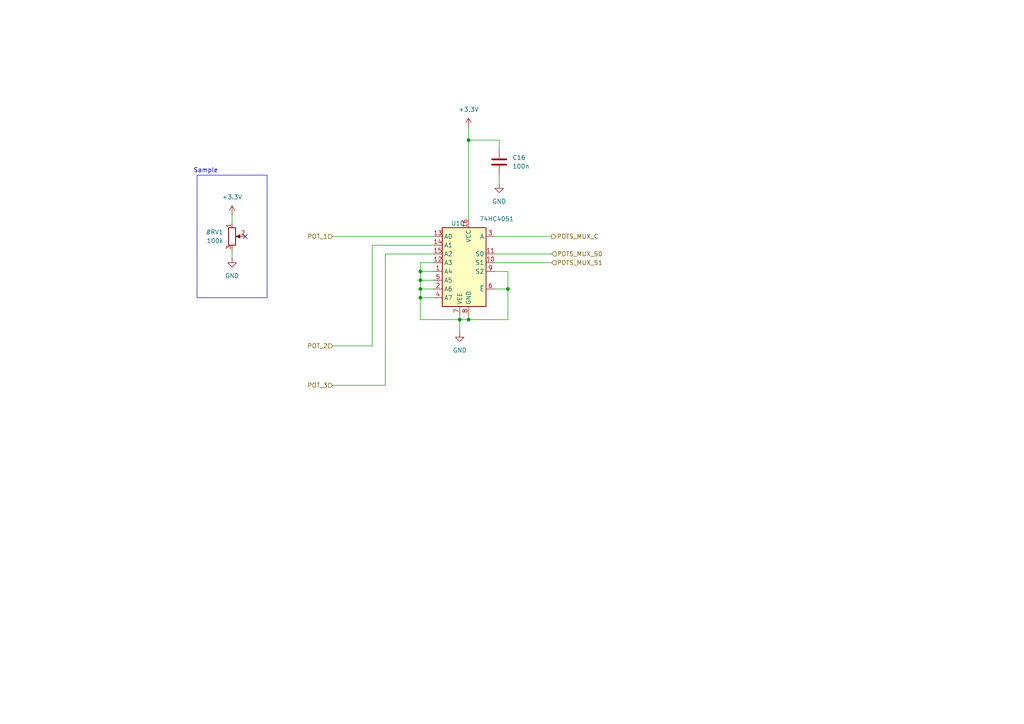
<source format=kicad_sch>
(kicad_sch (version 20250114) (generator "eeschema") (generator_version "9.0")
  (paper "A4")
  (lib_symbols
    (symbol "74xx:74HC4051"
      (property "Reference" "U" (at -5.08 11.43 0))
      (property "Value" "74HC4051" (at -7.62 -13.97 0))
      (symbol "74HC4051_0_1"
        (rectangle (start -5.08 10.16) (end 7.62 -12.7) (stroke (width 0.254)) (fill (type background)))
      )
      (symbol "74HC4051_1_1"
        (pin passive line (at -7.62 7.62 0) (length 2.54) (name "A") (number "3"))
        (pin input line (at -7.62 2.54 0) (length 2.54) (name "S0") (number "11"))
        (pin input line (at -7.62 0 0) (length 2.54) (name "S1") (number "10"))
        (pin input line (at -7.62 -2.54 0) (length 2.54) (name "S2") (number "9"))
        (pin input line (at -7.62 -7.62 0) (length 2.54) (name "~{E}") (number "6"))
        (pin power_in line (at 0 12.7 270) (length 2.54) (name "VCC") (number "16"))
        (pin power_in line (at 0 -15.24 90) (length 2.54) (name "GND") (number "8"))
        (pin power_in line (at 2.54 -15.24 90) (length 2.54) (name "VEE") (number "7"))
        (pin passive line (at 10.16 7.62 180) (length 2.54) (name "A0") (number "13"))
        (pin passive line (at 10.16 5.08 180) (length 2.54) (name "A1") (number "14"))
        (pin passive line (at 10.16 2.54 180) (length 2.54) (name "A2") (number "15"))
        (pin passive line (at 10.16 0 180) (length 2.54) (name "A3") (number "12"))
        (pin passive line (at 10.16 -2.54 180) (length 2.54) (name "A4") (number "1"))
        (pin passive line (at 10.16 -5.08 180) (length 2.54) (name "A5") (number "5"))
        (pin passive line (at 10.16 -7.62 180) (length 2.54) (name "A6") (number "2"))
        (pin passive line (at 10.16 -10.16 180) (length 2.54) (name "A7") (number "4"))
      )
    )
    (symbol "Device:C" (pin_numbers (hide yes)) (pin_names (offset 0.254))
      (property "Reference" "C" (at 0.635 2.54 0))
      (property "Value" "C" (at 0.635 -2.54 0))
      (symbol "C_0_1"
        (polyline (pts (xy -2.032 0.762) (xy 2.032 0.762)) (stroke (width 0.508)))
        (polyline (pts (xy -2.032 -0.762) (xy 2.032 -0.762)) (stroke (width 0.508)))
      )
      (symbol "C_1_1"
        (pin passive line (at 0 3.81 270) (length 2.794) (name "~") (number "1"))
        (pin passive line (at 0 -3.81 90) (length 2.794) (name "~") (number "2"))
      )
    )
    (symbol "Device:R_Potentiometer" (pin_names (offset 1.016) (hide yes))
      (property "Reference" "RV" (at -4.445 0 90))
      (property "Value" "R_Potentiometer" (at -2.54 0 90))
      (symbol "R_Potentiometer_0_1"
        (rectangle (start 1.016 2.54) (end -1.016 -2.54) (stroke (width 0.254)))
        (polyline (pts (xy 1.143 0) (xy 2.286 0.508) (xy 2.286 -0.508) (xy 1.143 0)) (fill (type outline)))
        (polyline (pts (xy 2.54 0) (xy 1.524 0)))
      )
      (symbol "R_Potentiometer_1_1"
        (pin passive line (at 0 3.81 270) (length 1.27) (name "1") (number "1"))
        (pin passive line (at 0 -3.81 90) (length 1.27) (name "3") (number "3"))
        (pin passive line (at 3.81 0 180) (length 1.27) (name "2") (number "2"))
      )
    )
    (symbol "power:+3.3V" (power) (pin_numbers (hide yes)) (pin_names (offset 0) (hide yes))
      (property "Value" "+3.3V" (at 0 3.556 0))
      (symbol "+3.3V_0_1"
        (polyline (pts (xy -0.762 1.27) (xy 0 2.54)))
        (polyline (pts (xy 0 2.54) (xy 0.762 1.27)))
        (polyline (pts (xy 0 0) (xy 0 2.54)))
      )
      (symbol "+3.3V_1_1"
        (pin power_in line (at 0 0 90) (length 0) (name "~") (number "1"))
      )
    )
    (symbol "power:GND" (power) (pin_numbers (hide yes)) (pin_names (offset 0) (hide yes))
      (property "Value" "GND" (at 0 -3.81 0))
      (symbol "GND_0_1"
        (polyline (pts (xy 0 0) (xy 0 -1.27) (xy 1.27 -1.27) (xy 0 -2.54) (xy -1.27 -1.27) (xy 0 -1.27)))
      )
      (symbol "GND_1_1"
        (pin power_in line (at 0 0 270) (length 0) (name "~") (number "1"))
      )
    )
  )
  (rectangle (start 57.15 50.8) (end 77.47 86.36))
  (text "Sample" (at 59.69 49.53 0) (effects (font (size 1.27 1.27))))
  (junction (at 133.35 92.71))
  (junction (at 135.89 92.71))
  (junction (at 121.92 78.74))
  (junction (at 121.92 83.82))
  (junction (at 121.92 86.36))
  (junction (at 147.32 83.82))
  (junction (at 135.89 40.64))
  (junction (at 121.92 81.28))
  (no_connect (at 71.12 68.58))
  (wire (pts (xy 107.95 71.12) (xy 125.73 71.12)))
  (wire (pts (xy 121.92 86.36) (xy 121.92 92.71)))
  (wire (pts (xy 96.52 100.33) (xy 107.95 100.33)))
  (wire (pts (xy 143.51 68.58) (xy 160.02 68.58)))
  (wire (pts (xy 147.32 78.74) (xy 147.32 83.82)))
  (wire (pts (xy 135.89 36.83) (xy 135.89 40.64)))
  (wire (pts (xy 67.31 72.39) (xy 67.31 74.93)))
  (wire (pts (xy 107.95 100.33) (xy 107.95 71.12)))
  (wire (pts (xy 121.92 83.82) (xy 121.92 86.36)))
  (wire (pts (xy 143.51 78.74) (xy 147.32 78.74)))
  (wire (pts (xy 96.52 68.58) (xy 125.73 68.58)))
  (wire (pts (xy 111.76 111.76) (xy 111.76 73.66)))
  (wire (pts (xy 121.92 76.2) (xy 121.92 78.74)))
  (wire (pts (xy 121.92 81.28) (xy 121.92 83.82)))
  (wire (pts (xy 135.89 92.71) (xy 133.35 92.71)))
  (wire (pts (xy 111.76 73.66) (xy 125.73 73.66)))
  (wire (pts (xy 135.89 91.44) (xy 135.89 92.71)))
  (wire (pts (xy 125.73 76.2) (xy 121.92 76.2)))
  (wire (pts (xy 121.92 92.71) (xy 133.35 92.71)))
  (wire (pts (xy 144.78 53.34) (xy 144.78 50.8)))
  (wire (pts (xy 143.51 83.82) (xy 147.32 83.82)))
  (wire (pts (xy 135.89 40.64) (xy 135.89 63.5)))
  (wire (pts (xy 144.78 40.64) (xy 135.89 40.64)))
  (wire (pts (xy 121.92 83.82) (xy 125.73 83.82)))
  (wire (pts (xy 147.32 92.71) (xy 135.89 92.71)))
  (wire (pts (xy 147.32 83.82) (xy 147.32 92.71)))
  (wire (pts (xy 143.51 73.66) (xy 160.02 73.66)))
  (wire (pts (xy 143.51 76.2) (xy 160.02 76.2)))
  (wire (pts (xy 121.92 86.36) (xy 125.73 86.36)))
  (wire (pts (xy 121.92 78.74) (xy 121.92 81.28)))
  (wire (pts (xy 67.31 62.23) (xy 67.31 64.77)))
  (wire (pts (xy 133.35 92.71) (xy 133.35 91.44)))
  (wire (pts (xy 133.35 92.71) (xy 133.35 96.52)))
  (wire (pts (xy 144.78 43.18) (xy 144.78 40.64)))
  (wire (pts (xy 96.52 111.76) (xy 111.76 111.76)))
  (wire (pts (xy 125.73 78.74) (xy 121.92 78.74)))
  (wire (pts (xy 121.92 81.28) (xy 125.73 81.28)))
  (hierarchical_label "POT_3" (shape input) (at 96.52 111.76 180))
  (hierarchical_label "POTS_MUX_S0" (shape input) (at 160.02 73.66 0))
  (hierarchical_label "POTS_MUX_C" (shape output) (at 160.02 68.58 0))
  (hierarchical_label "POTS_MUX_S1" (shape input) (at 160.02 76.2 0))
  (hierarchical_label "POT_2" (shape input) (at 96.52 100.33 180))
  (hierarchical_label "POT_1" (shape input) (at 96.52 68.58 180))
  (symbol (lib_id "Device:C") (at 144.78 46.99 0) (unit 1)
    (property "Reference" "C16" (at 148.59 45.72 0) (effects (justify left)))
    (property "Value" "100n" (at 148.59 48.26 0) (effects (justify left)))
    (property "Footprint" "Capacitor_SMD:C_0603_1608Metric" (effects (hide yes)))
    (property "LCSC" "C14663" (effects (hide yes)))
    (property "Vendor" "JLCPCB" (effects (hide yes)))
    (property "CHECKED" "YES" (effects (hide yes)))
  )
  (symbol (lib_id "Device:R_Potentiometer") (at 67.31 68.58 0) (unit 1)
    (property "Reference" "#RV1" (at 64.77 67.3099 0) (effects (justify right)))
    (property "Value" "100k" (at 64.77 69.8499 0) (effects (justify right)))
    (property "Description" "Potentiometer" (effects (hide yes)))
  )
  (symbol (lib_id "power:+3.3V") (at 67.31 62.23 0) (unit 1)
    (property "Reference" "#PWR065" (effects (hide yes)))
    (property "Value" "+3.3V" (at 67.31 57.15 0))
    (property "Description" "Power symbol creates a global label with name \"+3.3V\"" (effects (hide yes)))
  )
  (symbol (lib_id "74xx:74HC4051") (at 135.89 76.2 0) (mirror y) (unit 1)
    (property "Reference" "U10" (at 130.81 64.77 0) (effects (justify right)))
    (property "Value" "74HC4051" (at 139.0081 63.5 0) (effects (justify right)))
    (property "Footprint" "Package_SO:SOIC-16_3.9x9.9mm_P1.27mm" (effects (hide yes)))
    (property "Datasheet" "http://www.ti.com/lit/ds/symlink/cd74hc4051.pdf" (effects (hide yes)))
    (property "Description" "8-channel analog multiplexer/demultiplexer, DIP-16/SOIC-16/TSSOP-16" (effects (hide yes)))
    (property "LCSC" "C9386" (effects (hide yes)))
    (property "Vendor" "JLCPCB" (effects (hide yes)))
    (property "CHECKED" "YES" (effects (hide yes)))
  )
  (symbol (lib_id "power:GND") (at 67.31 74.93 0) (unit 1)
    (property "Reference" "#PWR059" (effects (hide yes)))
    (property "Value" "GND" (at 67.31 80.01 0))
    (property "Description" "Power symbol creates a global label with name \"GND\" , ground" (effects (hide yes)))
  )
  (symbol (lib_id "power:GND") (at 133.35 96.52 0) (unit 1)
    (property "Reference" "#PWR058" (effects (hide yes)))
    (property "Value" "GND" (at 133.35 101.6 0))
    (property "Description" "Power symbol creates a global label with name \"GND\" , ground" (effects (hide yes)))
  )
  (symbol (lib_id "power:+3.3V") (at 135.89 36.83 0) (unit 1)
    (property "Reference" "#PWR068" (effects (hide yes)))
    (property "Value" "+3.3V" (at 135.89 31.75 0))
    (property "Description" "Power symbol creates a global label with name \"+3.3V\"" (effects (hide yes)))
  )
  (symbol (lib_id "power:GND") (at 144.78 53.34 0) (unit 1)
    (property "Reference" "#PWR060" (effects (hide yes)))
    (property "Value" "GND" (at 144.78 58.42 0))
    (property "Description" "Power symbol creates a global label with name \"GND\" , ground" (effects (hide yes)))
  )
)
</source>
